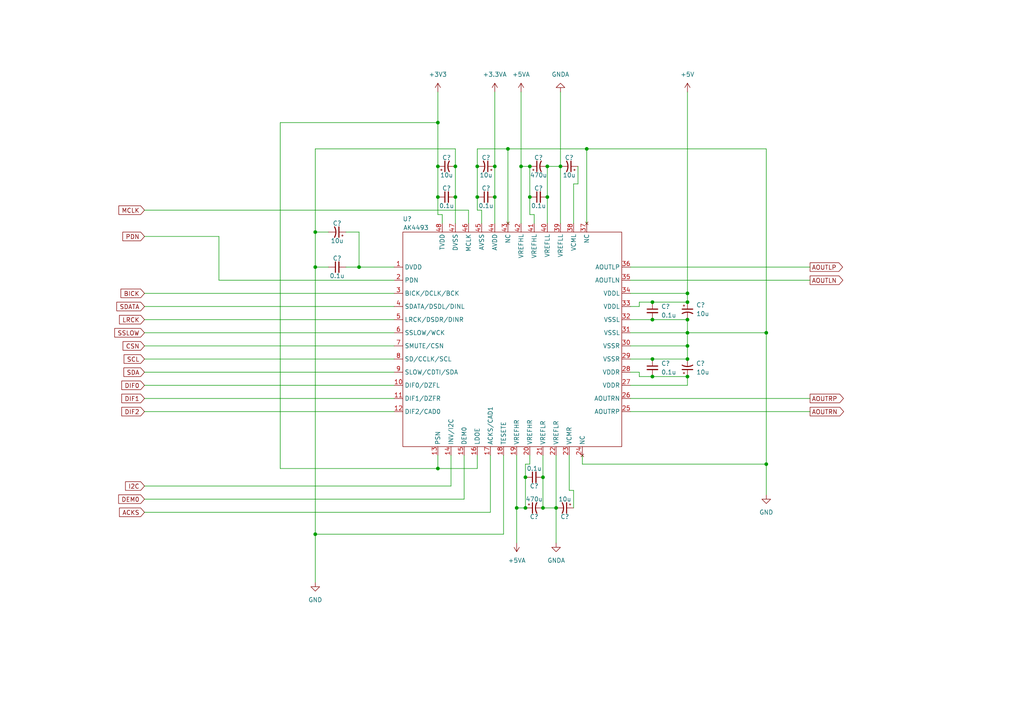
<source format=kicad_sch>
(kicad_sch (version 20211123) (generator eeschema)
  (paper "A4")
  (lib_symbols
    (symbol "Device:C_Polarized_Small_US" (pin_numbers hide) (pin_names (offset 0.254) hide)
      (property "Reference" "C" (at 0.254 1.778 0))
      (property "Value" "C_Polarized_Small_US" (at 0.254 -2.032 0))
      (symbol "C_Polarized_Small_US_0_1"
        (polyline (pts (xy -1.524 0.508) (xy 1.524 0.508)) (stroke (width 0.3048)))
        (polyline (pts (xy -1.27 1.524) (xy -0.762 1.524)))
        (polyline (pts (xy -1.016 1.27) (xy -1.016 1.778)))
        (arc (start 1.524 -0.762) (mid 0 -0.3734) (end -1.524 -0.762) (stroke (width 0.3048)))
      )
      (symbol "C_Polarized_Small_US_1_1"
        (pin passive line (at 0 2.54 270) (length 2.032) (name "~") (number "1"))
        (pin passive line (at 0 -2.54 90) (length 2.032) (name "~") (number "2"))
      )
    )
    (symbol "Device:C_Small" (pin_numbers hide) (pin_names (offset 0.254) hide)
      (property "Reference" "C" (at 0.254 1.778 0))
      (property "Value" "C_Small" (at 0.254 -2.032 0))
      (symbol "C_Small_0_1"
        (polyline (pts (xy -1.524 -0.508) (xy 1.524 -0.508)) (stroke (width 0.3302)))
        (polyline (pts (xy -1.524 0.508) (xy 1.524 0.508)) (stroke (width 0.3048)))
      )
      (symbol "C_Small_1_1"
        (pin passive line (at 0 2.54 270) (length 2.032) (name "~") (number "1"))
        (pin passive line (at 0 -2.54 90) (length 2.032) (name "~") (number "2"))
      )
    )
    (symbol "power:+3.3V" (power) (pin_names (offset 0))
      (property "Value" "+3.3V" (at 0 3.556 0))
      (symbol "+3.3V_0_1"
        (polyline (pts (xy -0.762 1.27) (xy 0 2.54)))
        (polyline (pts (xy 0 0) (xy 0 2.54)))
        (polyline (pts (xy 0 2.54) (xy 0.762 1.27)))
      )
      (symbol "+3.3V_1_1"
        (pin power_in line (at 0 0 90) (length 0) hide (name "+3V3") (number "1"))
      )
    )
    (symbol "power:+3.3VA" (power) (pin_names (offset 0))
      (property "Value" "+3.3VA" (at 0 3.556 0))
      (symbol "+3.3VA_0_1"
        (polyline (pts (xy -0.762 1.27) (xy 0 2.54)))
        (polyline (pts (xy 0 0) (xy 0 2.54)))
        (polyline (pts (xy 0 2.54) (xy 0.762 1.27)))
      )
      (symbol "+3.3VA_1_1"
        (pin power_in line (at 0 0 90) (length 0) hide (name "+3.3VA") (number "1"))
      )
    )
    (symbol "power:+5V" (power) (pin_names (offset 0))
      (property "Value" "+5V" (at 0 3.556 0))
      (symbol "+5V_0_1"
        (polyline (pts (xy -0.762 1.27) (xy 0 2.54)))
        (polyline (pts (xy 0 0) (xy 0 2.54)))
        (polyline (pts (xy 0 2.54) (xy 0.762 1.27)))
      )
      (symbol "+5V_1_1"
        (pin power_in line (at 0 0 90) (length 0) hide (name "+5V") (number "1"))
      )
    )
    (symbol "power:+5VA" (power) (pin_names (offset 0))
      (property "Value" "+5VA" (at 0 3.556 0))
      (symbol "+5VA_0_1"
        (polyline (pts (xy -0.762 1.27) (xy 0 2.54)))
        (polyline (pts (xy 0 0) (xy 0 2.54)))
        (polyline (pts (xy 0 2.54) (xy 0.762 1.27)))
      )
      (symbol "+5VA_1_1"
        (pin power_in line (at 0 0 90) (length 0) hide (name "+5VA") (number "1"))
      )
    )
    (symbol "power:GND" (power) (pin_names (offset 0))
      (property "Value" "GND" (at 0 -3.81 0))
      (symbol "GND_0_1"
        (polyline (pts (xy 0 0) (xy 0 -1.27) (xy 1.27 -1.27) (xy 0 -2.54) (xy -1.27 -1.27) (xy 0 -1.27)))
      )
      (symbol "GND_1_1"
        (pin power_in line (at 0 0 270) (length 0) hide (name "GND") (number "1"))
      )
    )
    (symbol "power:GNDA" (power) (pin_names (offset 0))
      (property "Value" "GNDA" (at 0 -3.81 0))
      (symbol "GNDA_0_1"
        (polyline (pts (xy 0 0) (xy 0 -1.27) (xy 1.27 -1.27) (xy 0 -2.54) (xy -1.27 -1.27) (xy 0 -1.27)))
      )
      (symbol "GNDA_1_1"
        (pin power_in line (at 0 0 270) (length 0) hide (name "GNDA") (number "1"))
      )
    )
    (symbol "steDAC:AK4493"
      (property "Reference" "U" (at 1.27 3.81 0))
      (property "Value" "AK4493" (at 3.81 1.27 0))
      (symbol "AK4493_0_0"
        (text "" (at -12.7 3.81 0) (effects (font (size 1.27 1.27))))
        (text "" (at -7.62 1.27 0) (effects (font (size 1.27 1.27))))
      )
      (symbol "AK4493_0_1"
        (rectangle (start 0 0) (end 63.5 -62.23))
      )
      (symbol "AK4493_1_1"
        (pin power_in line (at -2.54 -10.16 0) (length 2.54) (name "DVDD") (number "1"))
        (pin input line (at -2.54 -44.45 0) (length 2.54) (name "DIF0/DZFL") (number "10"))
        (pin input line (at -2.54 -48.26 0) (length 2.54) (name "DIF1/DZFR") (number "11"))
        (pin input line (at -2.54 -52.07 0) (length 2.54) (name "DIF2/CAD0") (number "12"))
        (pin input line (at 10.16 -64.77 90) (length 2.54) (name "PSN") (number "13"))
        (pin input line (at 13.97 -64.77 90) (length 2.54) (name "INV/I2C") (number "14"))
        (pin input line (at 17.78 -64.77 90) (length 2.54) (name "DEM0") (number "15"))
        (pin input line (at 21.59 -64.77 90) (length 2.54) (name "LDOE") (number "16"))
        (pin input line (at 25.4 -64.77 90) (length 2.54) (name "ACKS/CAD1") (number "17"))
        (pin input line (at 29.21 -64.77 90) (length 2.54) (name "TESETE") (number "18"))
        (pin input line (at 33.02 -64.77 90) (length 2.54) (name "VREFHR") (number "19"))
        (pin input line (at -2.54 -13.97 0) (length 2.54) (name "PDN") (number "2"))
        (pin input line (at 36.83 -64.77 90) (length 2.54) (name "VREFHR") (number "20"))
        (pin input line (at 40.64 -64.77 90) (length 2.54) (name "VREFLR") (number "21"))
        (pin input line (at 44.45 -64.77 90) (length 2.54) (name "VREFLR") (number "22"))
        (pin input line (at 48.26 -64.77 90) (length 2.54) (name "VCMR") (number "23"))
        (pin no_connect line (at 52.07 -64.77 90) (length 2.54) (name "NC") (number "24"))
        (pin output line (at 66.04 -52.07 180) (length 2.54) (name "AOUTRP") (number "25"))
        (pin output line (at 66.04 -48.26 180) (length 2.54) (name "AOUTRN") (number "26"))
        (pin input line (at 66.04 -44.45 180) (length 2.54) (name "VDDR") (number "27"))
        (pin input line (at 66.04 -40.64 180) (length 2.54) (name "VDDR") (number "28"))
        (pin input line (at 66.04 -36.83 180) (length 2.54) (name "VSSR") (number "29"))
        (pin input line (at -2.54 -17.78 0) (length 2.54) (name "BICK/DCLK/BCK") (number "3"))
        (pin input line (at 66.04 -33.02 180) (length 2.54) (name "VSSR") (number "30"))
        (pin input line (at 66.04 -29.21 180) (length 2.54) (name "VSSL") (number "31"))
        (pin input line (at 66.04 -25.4 180) (length 2.54) (name "VSSL") (number "32"))
        (pin input line (at 66.04 -21.59 180) (length 2.54) (name "VDDL") (number "33"))
        (pin input line (at 66.04 -17.78 180) (length 2.54) (name "VDDL") (number "34"))
        (pin output line (at 66.04 -13.97 180) (length 2.54) (name "AOUTLN") (number "35"))
        (pin output line (at 66.04 -10.16 180) (length 2.54) (name "AOUTLP") (number "36"))
        (pin no_connect line (at 53.34 2.54 270) (length 2.54) (name "NC") (number "37"))
        (pin input line (at 49.53 2.54 270) (length 2.54) (name "VCML") (number "38"))
        (pin input line (at 45.72 2.54 270) (length 2.54) (name "VREFLL") (number "39"))
        (pin input line (at -2.54 -21.59 0) (length 2.54) (name "SDATA/DSDL/DINL") (number "4"))
        (pin input line (at 41.91 2.54 270) (length 2.54) (name "VREFLL") (number "40"))
        (pin input line (at 38.1 2.54 270) (length 2.54) (name "VREFHL") (number "41"))
        (pin input line (at 34.29 2.54 270) (length 2.54) (name "VREFHL") (number "42"))
        (pin no_connect line (at 30.48 2.54 270) (length 2.54) (name "NC") (number "43"))
        (pin input line (at 26.67 2.54 270) (length 2.54) (name "AVDD") (number "44"))
        (pin input line (at 22.86 2.54 270) (length 2.54) (name "AVSS") (number "45"))
        (pin input line (at 19.05 2.54 270) (length 2.54) (name "MCLK") (number "46"))
        (pin input line (at 15.24 2.54 270) (length 2.54) (name "DVSS") (number "47"))
        (pin input line (at 11.43 2.54 270) (length 2.54) (name "TVDD") (number "48"))
        (pin input line (at -2.54 -25.4 0) (length 2.54) (name "LRCK/DSDR/DINR") (number "5"))
        (pin input line (at -2.54 -29.21 0) (length 2.54) (name "SSLOW/WCK") (number "6"))
        (pin input line (at -2.54 -33.02 0) (length 2.54) (name "SMUTE/CSN") (number "7"))
        (pin input line (at -2.54 -36.83 0) (length 2.54) (name "SD/CCLK/SCL") (number "8"))
        (pin input line (at -2.54 -40.64 0) (length 2.54) (name "SLOW/CDTI/SDA") (number "9"))
      )
    )
  )
  (junction (at 199.39 85.09))
  (junction (at 91.44 154.94))
  (junction (at 162.56 48.26))
  (junction (at 127 48.26))
  (junction (at 153.67 48.26))
  (junction (at 157.48 138.43))
  (junction (at 104.14 77.47))
  (junction (at 199.39 87.63))
  (junction (at 189.23 104.14))
  (junction (at 189.23 109.22))
  (junction (at 149.86 147.32))
  (junction (at 189.23 92.71))
  (junction (at 199.39 100.33))
  (junction (at 170.18 43.18))
  (junction (at 158.75 48.26))
  (junction (at 157.48 147.32))
  (junction (at 151.13 48.26))
  (junction (at 152.4 147.32))
  (junction (at 199.39 109.22))
  (junction (at 152.4 138.43))
  (junction (at 222.25 134.62))
  (junction (at 132.08 48.26))
  (junction (at 158.75 57.15))
  (junction (at 199.39 96.52))
  (junction (at 161.29 147.32))
  (junction (at 127 35.56))
  (junction (at 143.51 57.15))
  (junction (at 138.43 48.26))
  (junction (at 147.32 43.18))
  (junction (at 132.08 57.15))
  (junction (at 143.51 48.26))
  (junction (at 91.44 77.47))
  (junction (at 127 135.89))
  (junction (at 189.23 87.63))
  (junction (at 222.25 96.52))
  (junction (at 199.39 92.71))
  (junction (at 199.39 104.14))
  (junction (at 91.44 67.31))
  (junction (at 127 57.15))
  (junction (at 153.67 57.15))
  (junction (at 138.43 57.15))
  (wire (pts (xy 142.24 132.08) (xy 142.24 148.59)))
  (wire (pts (xy 127 62.23) (xy 127 57.15)))
  (wire (pts (xy 138.43 60.96) (xy 138.43 57.15)))
  (wire (pts (xy 91.44 154.94) (xy 146.05 154.94)))
  (wire (pts (xy 153.67 134.62) (xy 153.67 132.08)))
  (wire (pts (xy 127 132.08) (xy 127 135.89)))
  (wire (pts (xy 143.51 48.26) (xy 143.51 57.15)))
  (wire (pts (xy 165.1 142.24) (xy 166.37 142.24)))
  (wire (pts (xy 151.13 48.26) (xy 153.67 48.26)))
  (wire (pts (xy 162.56 48.26) (xy 162.56 64.77)))
  (wire (pts (xy 41.91 96.52) (xy 114.3 96.52)))
  (wire (pts (xy 127 35.56) (xy 127 48.26)))
  (wire (pts (xy 182.88 92.71) (xy 189.23 92.71)))
  (wire (pts (xy 41.91 104.14) (xy 114.3 104.14)))
  (wire (pts (xy 130.81 132.08) (xy 130.81 140.97)))
  (wire (pts (xy 91.44 67.31) (xy 91.44 77.47)))
  (wire (pts (xy 149.86 147.32) (xy 149.86 157.48)))
  (wire (pts (xy 138.43 48.26) (xy 138.43 43.18)))
  (wire (pts (xy 167.64 53.34) (xy 167.64 48.26)))
  (wire (pts (xy 81.28 135.89) (xy 127 135.89)))
  (wire (pts (xy 132.08 48.26) (xy 132.08 57.15)))
  (wire (pts (xy 166.37 64.77) (xy 166.37 53.34)))
  (wire (pts (xy 132.08 43.18) (xy 91.44 43.18)))
  (wire (pts (xy 41.91 140.97) (xy 130.81 140.97)))
  (wire (pts (xy 161.29 132.08) (xy 161.29 147.32)))
  (wire (pts (xy 41.91 60.96) (xy 135.89 60.96)))
  (wire (pts (xy 157.48 147.32) (xy 161.29 147.32)))
  (wire (pts (xy 91.44 154.94) (xy 91.44 168.91)))
  (wire (pts (xy 199.39 26.67) (xy 199.39 85.09)))
  (wire (pts (xy 91.44 77.47) (xy 91.44 154.94)))
  (wire (pts (xy 185.42 88.9) (xy 185.42 87.63)))
  (wire (pts (xy 152.4 147.32) (xy 152.4 138.43)))
  (wire (pts (xy 189.23 87.63) (xy 199.39 87.63)))
  (wire (pts (xy 170.18 43.18) (xy 170.18 64.77)))
  (wire (pts (xy 146.05 132.08) (xy 146.05 154.94)))
  (wire (pts (xy 104.14 77.47) (xy 100.33 77.47)))
  (wire (pts (xy 222.25 96.52) (xy 222.25 134.62)))
  (wire (pts (xy 128.27 62.23) (xy 127 62.23)))
  (wire (pts (xy 168.91 134.62) (xy 222.25 134.62)))
  (wire (pts (xy 135.89 64.77) (xy 135.89 60.96)))
  (wire (pts (xy 41.91 111.76) (xy 114.3 111.76)))
  (wire (pts (xy 81.28 135.89) (xy 81.28 35.56)))
  (wire (pts (xy 127 135.89) (xy 138.43 135.89)))
  (wire (pts (xy 41.91 115.57) (xy 114.3 115.57)))
  (wire (pts (xy 132.08 48.26) (xy 132.08 43.18)))
  (wire (pts (xy 162.56 26.67) (xy 162.56 48.26)))
  (wire (pts (xy 143.51 26.67) (xy 143.51 48.26)))
  (wire (pts (xy 165.1 132.08) (xy 165.1 142.24)))
  (wire (pts (xy 199.39 92.71) (xy 199.39 96.52)))
  (wire (pts (xy 222.25 43.18) (xy 222.25 96.52)))
  (wire (pts (xy 104.14 67.31) (xy 100.33 67.31)))
  (wire (pts (xy 182.88 100.33) (xy 199.39 100.33)))
  (wire (pts (xy 147.32 43.18) (xy 170.18 43.18)))
  (wire (pts (xy 182.88 96.52) (xy 199.39 96.52)))
  (wire (pts (xy 182.88 119.38) (xy 234.95 119.38)))
  (wire (pts (xy 157.48 147.32) (xy 157.48 138.43)))
  (wire (pts (xy 81.28 35.56) (xy 127 35.56)))
  (wire (pts (xy 104.14 67.31) (xy 104.14 77.47)))
  (wire (pts (xy 185.42 107.95) (xy 185.42 109.22)))
  (wire (pts (xy 41.91 144.78) (xy 134.62 144.78)))
  (wire (pts (xy 63.5 68.58) (xy 63.5 81.28)))
  (wire (pts (xy 185.42 109.22) (xy 189.23 109.22)))
  (wire (pts (xy 189.23 92.71) (xy 199.39 92.71)))
  (wire (pts (xy 154.94 64.77) (xy 154.94 62.23)))
  (wire (pts (xy 139.7 64.77) (xy 139.7 60.96)))
  (wire (pts (xy 166.37 53.34) (xy 167.64 53.34)))
  (wire (pts (xy 182.88 85.09) (xy 199.39 85.09)))
  (wire (pts (xy 63.5 81.28) (xy 114.3 81.28)))
  (wire (pts (xy 154.94 62.23) (xy 153.67 62.23)))
  (wire (pts (xy 138.43 132.08) (xy 138.43 135.89)))
  (wire (pts (xy 182.88 111.76) (xy 199.39 111.76)))
  (wire (pts (xy 168.91 132.08) (xy 168.91 134.62)))
  (wire (pts (xy 138.43 48.26) (xy 138.43 57.15)))
  (wire (pts (xy 127 48.26) (xy 127 57.15)))
  (wire (pts (xy 91.44 43.18) (xy 91.44 67.31)))
  (wire (pts (xy 152.4 134.62) (xy 153.67 134.62)))
  (wire (pts (xy 182.88 77.47) (xy 234.95 77.47)))
  (wire (pts (xy 182.88 81.28) (xy 234.95 81.28)))
  (wire (pts (xy 182.88 104.14) (xy 189.23 104.14)))
  (wire (pts (xy 158.75 57.15) (xy 158.75 64.77)))
  (wire (pts (xy 149.86 132.08) (xy 149.86 147.32)))
  (wire (pts (xy 139.7 60.96) (xy 138.43 60.96)))
  (wire (pts (xy 41.91 68.58) (xy 63.5 68.58)))
  (wire (pts (xy 182.88 115.57) (xy 234.95 115.57)))
  (wire (pts (xy 134.62 132.08) (xy 134.62 144.78)))
  (wire (pts (xy 41.91 148.59) (xy 142.24 148.59)))
  (wire (pts (xy 157.48 132.08) (xy 157.48 138.43)))
  (wire (pts (xy 151.13 48.26) (xy 151.13 64.77)))
  (wire (pts (xy 152.4 138.43) (xy 152.4 134.62)))
  (wire (pts (xy 222.25 134.62) (xy 222.25 143.51)))
  (wire (pts (xy 91.44 77.47) (xy 95.25 77.47)))
  (wire (pts (xy 41.91 100.33) (xy 114.3 100.33)))
  (wire (pts (xy 41.91 92.71) (xy 114.3 92.71)))
  (wire (pts (xy 41.91 88.9) (xy 114.3 88.9)))
  (wire (pts (xy 185.42 87.63) (xy 189.23 87.63)))
  (wire (pts (xy 199.39 109.22) (xy 199.39 111.76)))
  (wire (pts (xy 147.32 43.18) (xy 147.32 64.77)))
  (wire (pts (xy 104.14 77.47) (xy 114.3 77.47)))
  (wire (pts (xy 151.13 26.67) (xy 151.13 48.26)))
  (wire (pts (xy 132.08 64.77) (xy 132.08 57.15)))
  (wire (pts (xy 170.18 43.18) (xy 222.25 43.18)))
  (wire (pts (xy 128.27 64.77) (xy 128.27 62.23)))
  (wire (pts (xy 199.39 96.52) (xy 199.39 100.33)))
  (wire (pts (xy 182.88 107.95) (xy 185.42 107.95)))
  (wire (pts (xy 95.25 67.31) (xy 91.44 67.31)))
  (wire (pts (xy 199.39 96.52) (xy 222.25 96.52)))
  (wire (pts (xy 41.91 119.38) (xy 114.3 119.38)))
  (wire (pts (xy 149.86 147.32) (xy 152.4 147.32)))
  (wire (pts (xy 158.75 48.26) (xy 162.56 48.26)))
  (wire (pts (xy 153.67 48.26) (xy 153.67 57.15)))
  (wire (pts (xy 41.91 107.95) (xy 114.3 107.95)))
  (wire (pts (xy 158.75 48.26) (xy 158.75 57.15)))
  (wire (pts (xy 41.91 85.09) (xy 114.3 85.09)))
  (wire (pts (xy 143.51 57.15) (xy 143.51 64.77)))
  (wire (pts (xy 189.23 104.14) (xy 199.39 104.14)))
  (wire (pts (xy 182.88 88.9) (xy 185.42 88.9)))
  (wire (pts (xy 166.37 142.24) (xy 166.37 147.32)))
  (wire (pts (xy 199.39 85.09) (xy 199.39 87.63)))
  (wire (pts (xy 189.23 109.22) (xy 199.39 109.22)))
  (wire (pts (xy 199.39 100.33) (xy 199.39 104.14)))
  (wire (pts (xy 161.29 147.32) (xy 161.29 157.48)))
  (wire (pts (xy 138.43 43.18) (xy 147.32 43.18)))
  (wire (pts (xy 127 26.67) (xy 127 35.56)))
  (wire (pts (xy 153.67 62.23) (xy 153.67 57.15)))
  (global_label "DIF2" (shape input) (at 41.91 119.38 180) (property "Intersheet References" "${INTERSHEET_REFS}" (effects hide)))
  (global_label "SDATA" (shape input) (at 41.91 88.9 180) (property "Intersheet References" "${INTERSHEET_REFS}" (effects hide)))
  (global_label "SSLOW" (shape input) (at 41.91 96.52 180) (property "Intersheet References" "${INTERSHEET_REFS}" (effects hide)))
  (global_label "CSN" (shape input) (at 41.91 100.33 180) (property "Intersheet References" "${INTERSHEET_REFS}" (effects hide)))
  (global_label "DIF1" (shape input) (at 41.91 115.57 180) (property "Intersheet References" "${INTERSHEET_REFS}" (effects hide)))
  (global_label "AOUTLN" (shape output) (at 234.95 81.28 0) (property "Intersheet References" "${INTERSHEET_REFS}" (effects hide)))
  (global_label "DEM0" (shape input) (at 41.91 144.78 180) (property "Intersheet References" "${INTERSHEET_REFS}" (effects hide)))
  (global_label "PDN" (shape input) (at 41.91 68.58 180) (property "Intersheet References" "${INTERSHEET_REFS}" (effects hide)))
  (global_label "ACKS" (shape input) (at 41.91 148.59 180) (property "Intersheet References" "${INTERSHEET_REFS}" (effects hide)))
  (global_label "AOUTLP" (shape output) (at 234.95 77.47 0) (property "Intersheet References" "${INTERSHEET_REFS}" (effects hide)))
  (global_label "AOUTRP" (shape output) (at 234.95 115.57 0) (property "Intersheet References" "${INTERSHEET_REFS}" (effects hide)))
  (global_label "DIF0" (shape input) (at 41.91 111.76 180) (property "Intersheet References" "${INTERSHEET_REFS}" (effects hide)))
  (global_label "MCLK" (shape input) (at 41.91 60.96 180) (property "Intersheet References" "${INTERSHEET_REFS}" (effects hide)))
  (global_label "I2C" (shape input) (at 41.91 140.97 180) (property "Intersheet References" "${INTERSHEET_REFS}" (effects hide)))
  (global_label "BICK" (shape input) (at 41.91 85.09 180) (property "Intersheet References" "${INTERSHEET_REFS}" (effects hide)))
  (global_label "AOUTRN" (shape output) (at 234.95 119.38 0) (property "Intersheet References" "${INTERSHEET_REFS}" (effects hide)))
  (global_label "LRCK" (shape input) (at 41.91 92.71 180) (property "Intersheet References" "${INTERSHEET_REFS}" (effects hide)))
  (global_label "SDA" (shape input) (at 41.91 107.95 180) (property "Intersheet References" "${INTERSHEET_REFS}" (effects hide)))
  (global_label "SCL" (shape input) (at 41.91 104.14 180) (property "Intersheet References" "${INTERSHEET_REFS}" (effects hide)))
  (symbol (lib_id "Device:C_Polarized_Small_US") (at 199.39 106.68 0) (mirror x) (unit 1)
    (property "Reference" "C?" (at 204.47 105.41 0) (effects (justify right)))
    (property "Value" "10u" (at 205.74 107.95 0) (effects (justify right)))
  )
  (symbol (lib_id "steDAC:AK4493") (at 116.84 67.31 0) (unit 1)
    (property "Reference" "U?" (at 118.11 63.5 0))
    (property "Value" "AK4493" (at 120.65 66.04 0))
  )
  (symbol (lib_id "Device:C_Polarized_Small_US") (at 163.83 147.32 270) (unit 1)
    (property "Reference" "C?" (at 163.83 149.86 90))
    (property "Value" "10u" (at 163.83 144.78 90))
  )
  (symbol (lib_id "Device:C_Polarized_Small_US") (at 129.54 48.26 90) (unit 1)
    (property "Reference" "C?" (at 129.54 45.72 90))
    (property "Value" "10u" (at 129.54 50.8 90))
  )
  (symbol (lib_id "power:GND") (at 222.25 143.51 0) (unit 1)
    (property "Reference" "#PWR?" (effects hide))
    (property "Value" "GND" (at 222.25 148.59 0))
  )
  (symbol (lib_id "Device:C_Small") (at 140.97 57.15 90) (unit 1)
    (property "Reference" "C?" (at 140.97 54.61 90))
    (property "Value" "0.1u" (at 140.97 59.69 90))
  )
  (symbol (lib_id "Device:C_Small") (at 97.79 77.47 90) (unit 1)
    (property "Reference" "C?" (at 97.79 74.93 90))
    (property "Value" "0.1u" (at 97.79 80.01 90))
  )
  (symbol (lib_id "Device:C_Polarized_Small_US") (at 165.1 48.26 270) (mirror x) (unit 1)
    (property "Reference" "C?" (at 165.1 45.72 90))
    (property "Value" "10u" (at 165.1 50.8 90))
  )
  (symbol (lib_id "Device:C_Small") (at 189.23 106.68 0) (unit 1)
    (property "Reference" "C?" (at 191.77 105.4162 0) (effects (justify left)))
    (property "Value" "0.1u" (at 191.77 107.9562 0) (effects (justify left)))
  )
  (symbol (lib_id "Device:C_Small") (at 154.94 138.43 90) (mirror x) (unit 1)
    (property "Reference" "C?" (at 154.94 140.97 90))
    (property "Value" "0.1u" (at 154.94 135.89 90))
  )
  (symbol (lib_id "power:GNDA") (at 162.56 26.67 180) (unit 1)
    (property "Reference" "#PWR?" (effects hide))
    (property "Value" "GNDA" (at 162.56 21.59 0))
  )
  (symbol (lib_id "Device:C_Small") (at 129.54 57.15 90) (unit 1)
    (property "Reference" "C?" (at 129.54 54.61 90))
    (property "Value" "0.1u" (at 129.54 59.69 90))
  )
  (symbol (lib_id "power:+5VA") (at 151.13 26.67 0) (unit 1)
    (property "Reference" "#PWR?" (effects hide))
    (property "Value" "+5VA" (at 151.13 21.59 0))
  )
  (symbol (lib_id "Device:C_Polarized_Small_US") (at 156.21 48.26 90) (unit 1)
    (property "Reference" "C?" (at 156.21 45.72 90))
    (property "Value" "470u" (at 156.21 50.8 90))
  )
  (symbol (lib_id "power:+5VA") (at 149.86 157.48 180) (unit 1)
    (property "Reference" "#PWR?" (effects hide))
    (property "Value" "+5VA" (at 147.32 162.56 0) (effects (justify right)))
  )
  (symbol (lib_id "Device:C_Small") (at 156.21 57.15 90) (unit 1)
    (property "Reference" "C?" (at 156.21 54.61 90))
    (property "Value" "0.1u" (at 156.21 59.69 90))
  )
  (symbol (lib_id "power:+3.3VA") (at 143.51 26.67 0) (unit 1)
    (property "Reference" "#PWR?" (effects hide))
    (property "Value" "+3.3VA" (at 143.51 21.59 0))
  )
  (symbol (lib_id "Device:C_Polarized_Small_US") (at 140.97 48.26 270) (mirror x) (unit 1)
    (property "Reference" "C?" (at 140.97 45.72 90))
    (property "Value" "10u" (at 140.97 50.8 90))
  )
  (symbol (lib_id "Device:C_Small") (at 189.23 90.17 0) (unit 1)
    (property "Reference" "C?" (at 191.77 88.9062 0) (effects (justify left)))
    (property "Value" "0.1u" (at 191.77 91.4462 0) (effects (justify left)))
  )
  (symbol (lib_id "power:GND") (at 91.44 168.91 0) (unit 1)
    (property "Reference" "#PWR?" (effects hide))
    (property "Value" "GND" (at 91.44 173.99 0))
  )
  (symbol (lib_id "Device:C_Polarized_Small_US") (at 97.79 67.31 270) (mirror x) (unit 1)
    (property "Reference" "C?" (at 97.79 64.77 90))
    (property "Value" "10u" (at 97.79 69.85 90))
  )
  (symbol (lib_id "power:GNDA") (at 161.29 157.48 0) (unit 1)
    (property "Reference" "#PWR?" (effects hide))
    (property "Value" "GNDA" (at 158.75 162.56 0) (effects (justify left)))
  )
  (symbol (lib_id "power:+3.3V") (at 127 26.67 0) (unit 1)
    (property "Reference" "#PWR?" (effects hide))
    (property "Value" "+3.3V" (at 127 21.59 0))
  )
  (symbol (lib_id "Device:C_Polarized_Small_US") (at 154.94 147.32 90) (mirror x) (unit 1)
    (property "Reference" "C?" (at 154.94 149.86 90))
    (property "Value" "470u" (at 154.94 144.78 90))
  )
  (symbol (lib_id "power:+5V") (at 199.39 26.67 0) (unit 1)
    (property "Reference" "#PWR?" (effects hide))
    (property "Value" "+5V" (at 199.39 21.59 0))
  )
  (symbol (lib_id "Device:C_Polarized_Small_US") (at 199.39 90.17 0) (unit 1)
    (property "Reference" "C?" (at 201.93 88.4681 0) (effects (justify left)))
    (property "Value" "10u" (at 201.93 91.0081 0) (effects (justify left)))
  )
)
</source>
